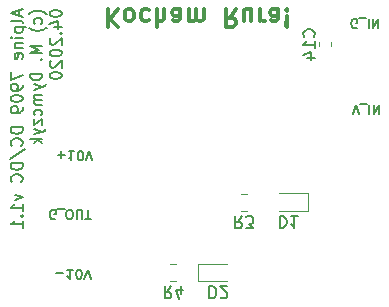
<source format=gbr>
G04 #@! TF.GenerationSoftware,KiCad,Pcbnew,5.1.5-52549c5~86~ubuntu18.04.1*
G04 #@! TF.CreationDate,2020-04-26T14:43:08+02:00*
G04 #@! TF.ProjectId,dcdc_7909,64636463-5f37-4393-9039-2e6b69636164,rev?*
G04 #@! TF.SameCoordinates,Original*
G04 #@! TF.FileFunction,Legend,Bot*
G04 #@! TF.FilePolarity,Positive*
%FSLAX46Y46*%
G04 Gerber Fmt 4.6, Leading zero omitted, Abs format (unit mm)*
G04 Created by KiCad (PCBNEW 5.1.5-52549c5~86~ubuntu18.04.1) date 2020-04-26 14:43:08*
%MOMM*%
%LPD*%
G04 APERTURE LIST*
%ADD10C,0.150000*%
%ADD11C,0.300000*%
%ADD12C,0.120000*%
G04 APERTURE END LIST*
D10*
X80558666Y-54770976D02*
X80558666Y-55247166D01*
X80844380Y-54675738D02*
X79844380Y-55009071D01*
X80844380Y-55342404D01*
X80844380Y-55818595D02*
X80796761Y-55723357D01*
X80701523Y-55675738D01*
X79844380Y-55675738D01*
X80177714Y-56199547D02*
X81177714Y-56199547D01*
X80225333Y-56199547D02*
X80177714Y-56294785D01*
X80177714Y-56485261D01*
X80225333Y-56580500D01*
X80272952Y-56628119D01*
X80368190Y-56675738D01*
X80653904Y-56675738D01*
X80749142Y-56628119D01*
X80796761Y-56580500D01*
X80844380Y-56485261D01*
X80844380Y-56294785D01*
X80796761Y-56199547D01*
X80844380Y-57104309D02*
X80177714Y-57104309D01*
X79844380Y-57104309D02*
X79892000Y-57056690D01*
X79939619Y-57104309D01*
X79892000Y-57151928D01*
X79844380Y-57104309D01*
X79939619Y-57104309D01*
X80177714Y-57580500D02*
X80844380Y-57580500D01*
X80272952Y-57580500D02*
X80225333Y-57628119D01*
X80177714Y-57723357D01*
X80177714Y-57866214D01*
X80225333Y-57961452D01*
X80320571Y-58009071D01*
X80844380Y-58009071D01*
X80796761Y-58866214D02*
X80844380Y-58770976D01*
X80844380Y-58580500D01*
X80796761Y-58485261D01*
X80701523Y-58437642D01*
X80320571Y-58437642D01*
X80225333Y-58485261D01*
X80177714Y-58580500D01*
X80177714Y-58770976D01*
X80225333Y-58866214D01*
X80320571Y-58913833D01*
X80415809Y-58913833D01*
X80511047Y-58437642D01*
X79844380Y-60009071D02*
X79844380Y-60675738D01*
X80844380Y-60247166D01*
X80844380Y-61104309D02*
X80844380Y-61294785D01*
X80796761Y-61390023D01*
X80749142Y-61437642D01*
X80606285Y-61532880D01*
X80415809Y-61580500D01*
X80034857Y-61580500D01*
X79939619Y-61532880D01*
X79892000Y-61485261D01*
X79844380Y-61390023D01*
X79844380Y-61199547D01*
X79892000Y-61104309D01*
X79939619Y-61056690D01*
X80034857Y-61009071D01*
X80272952Y-61009071D01*
X80368190Y-61056690D01*
X80415809Y-61104309D01*
X80463428Y-61199547D01*
X80463428Y-61390023D01*
X80415809Y-61485261D01*
X80368190Y-61532880D01*
X80272952Y-61580500D01*
X79844380Y-62199547D02*
X79844380Y-62294785D01*
X79892000Y-62390023D01*
X79939619Y-62437642D01*
X80034857Y-62485261D01*
X80225333Y-62532880D01*
X80463428Y-62532880D01*
X80653904Y-62485261D01*
X80749142Y-62437642D01*
X80796761Y-62390023D01*
X80844380Y-62294785D01*
X80844380Y-62199547D01*
X80796761Y-62104309D01*
X80749142Y-62056690D01*
X80653904Y-62009071D01*
X80463428Y-61961452D01*
X80225333Y-61961452D01*
X80034857Y-62009071D01*
X79939619Y-62056690D01*
X79892000Y-62104309D01*
X79844380Y-62199547D01*
X80844380Y-63009071D02*
X80844380Y-63199547D01*
X80796761Y-63294785D01*
X80749142Y-63342404D01*
X80606285Y-63437642D01*
X80415809Y-63485261D01*
X80034857Y-63485261D01*
X79939619Y-63437642D01*
X79892000Y-63390023D01*
X79844380Y-63294785D01*
X79844380Y-63104309D01*
X79892000Y-63009071D01*
X79939619Y-62961452D01*
X80034857Y-62913833D01*
X80272952Y-62913833D01*
X80368190Y-62961452D01*
X80415809Y-63009071D01*
X80463428Y-63104309D01*
X80463428Y-63294785D01*
X80415809Y-63390023D01*
X80368190Y-63437642D01*
X80272952Y-63485261D01*
X80844380Y-64675738D02*
X79844380Y-64675738D01*
X79844380Y-64913833D01*
X79892000Y-65056690D01*
X79987238Y-65151928D01*
X80082476Y-65199547D01*
X80272952Y-65247166D01*
X80415809Y-65247166D01*
X80606285Y-65199547D01*
X80701523Y-65151928D01*
X80796761Y-65056690D01*
X80844380Y-64913833D01*
X80844380Y-64675738D01*
X80749142Y-66247166D02*
X80796761Y-66199547D01*
X80844380Y-66056690D01*
X80844380Y-65961452D01*
X80796761Y-65818595D01*
X80701523Y-65723357D01*
X80606285Y-65675738D01*
X80415809Y-65628119D01*
X80272952Y-65628119D01*
X80082476Y-65675738D01*
X79987238Y-65723357D01*
X79892000Y-65818595D01*
X79844380Y-65961452D01*
X79844380Y-66056690D01*
X79892000Y-66199547D01*
X79939619Y-66247166D01*
X79796761Y-67390023D02*
X81082476Y-66532880D01*
X80844380Y-67723357D02*
X79844380Y-67723357D01*
X79844380Y-67961452D01*
X79892000Y-68104309D01*
X79987238Y-68199547D01*
X80082476Y-68247166D01*
X80272952Y-68294785D01*
X80415809Y-68294785D01*
X80606285Y-68247166D01*
X80701523Y-68199547D01*
X80796761Y-68104309D01*
X80844380Y-67961452D01*
X80844380Y-67723357D01*
X80749142Y-69294785D02*
X80796761Y-69247166D01*
X80844380Y-69104309D01*
X80844380Y-69009071D01*
X80796761Y-68866214D01*
X80701523Y-68770976D01*
X80606285Y-68723357D01*
X80415809Y-68675738D01*
X80272952Y-68675738D01*
X80082476Y-68723357D01*
X79987238Y-68770976D01*
X79892000Y-68866214D01*
X79844380Y-69009071D01*
X79844380Y-69104309D01*
X79892000Y-69247166D01*
X79939619Y-69294785D01*
X80177714Y-70390023D02*
X80844380Y-70628119D01*
X80177714Y-70866214D01*
X80844380Y-71770976D02*
X80844380Y-71199547D01*
X80844380Y-71485261D02*
X79844380Y-71485261D01*
X79987238Y-71390023D01*
X80082476Y-71294785D01*
X80130095Y-71199547D01*
X80749142Y-72199547D02*
X80796761Y-72247166D01*
X80844380Y-72199547D01*
X80796761Y-72151928D01*
X80749142Y-72199547D01*
X80844380Y-72199547D01*
X80844380Y-73199547D02*
X80844380Y-72628119D01*
X80844380Y-72913833D02*
X79844380Y-72913833D01*
X79987238Y-72818595D01*
X80082476Y-72723357D01*
X80130095Y-72628119D01*
X82875333Y-55104309D02*
X82827714Y-55056690D01*
X82684857Y-54961452D01*
X82589619Y-54913833D01*
X82446761Y-54866214D01*
X82208666Y-54818595D01*
X82018190Y-54818595D01*
X81780095Y-54866214D01*
X81637238Y-54913833D01*
X81542000Y-54961452D01*
X81399142Y-55056690D01*
X81351523Y-55104309D01*
X82446761Y-55913833D02*
X82494380Y-55818595D01*
X82494380Y-55628119D01*
X82446761Y-55532880D01*
X82399142Y-55485261D01*
X82303904Y-55437642D01*
X82018190Y-55437642D01*
X81922952Y-55485261D01*
X81875333Y-55532880D01*
X81827714Y-55628119D01*
X81827714Y-55818595D01*
X81875333Y-55913833D01*
X82875333Y-56247166D02*
X82827714Y-56294785D01*
X82684857Y-56390023D01*
X82589619Y-56437642D01*
X82446761Y-56485261D01*
X82208666Y-56532880D01*
X82018190Y-56532880D01*
X81780095Y-56485261D01*
X81637238Y-56437642D01*
X81542000Y-56390023D01*
X81399142Y-56294785D01*
X81351523Y-56247166D01*
X82494380Y-57770976D02*
X81494380Y-57770976D01*
X82208666Y-58104309D01*
X81494380Y-58437642D01*
X82494380Y-58437642D01*
X82399142Y-58913833D02*
X82446761Y-58961452D01*
X82494380Y-58913833D01*
X82446761Y-58866214D01*
X82399142Y-58913833D01*
X82494380Y-58913833D01*
X82494380Y-60151928D02*
X81494380Y-60151928D01*
X81494380Y-60390023D01*
X81542000Y-60532880D01*
X81637238Y-60628119D01*
X81732476Y-60675738D01*
X81922952Y-60723357D01*
X82065809Y-60723357D01*
X82256285Y-60675738D01*
X82351523Y-60628119D01*
X82446761Y-60532880D01*
X82494380Y-60390023D01*
X82494380Y-60151928D01*
X81827714Y-61056690D02*
X82494380Y-61294785D01*
X81827714Y-61532880D02*
X82494380Y-61294785D01*
X82732476Y-61199547D01*
X82780095Y-61151928D01*
X82827714Y-61056690D01*
X82494380Y-61913833D02*
X81827714Y-61913833D01*
X81922952Y-61913833D02*
X81875333Y-61961452D01*
X81827714Y-62056690D01*
X81827714Y-62199547D01*
X81875333Y-62294785D01*
X81970571Y-62342404D01*
X82494380Y-62342404D01*
X81970571Y-62342404D02*
X81875333Y-62390023D01*
X81827714Y-62485261D01*
X81827714Y-62628119D01*
X81875333Y-62723357D01*
X81970571Y-62770976D01*
X82494380Y-62770976D01*
X82446761Y-63675738D02*
X82494380Y-63580500D01*
X82494380Y-63390023D01*
X82446761Y-63294785D01*
X82399142Y-63247166D01*
X82303904Y-63199547D01*
X82018190Y-63199547D01*
X81922952Y-63247166D01*
X81875333Y-63294785D01*
X81827714Y-63390023D01*
X81827714Y-63580500D01*
X81875333Y-63675738D01*
X81827714Y-64009071D02*
X81827714Y-64532880D01*
X82494380Y-64009071D01*
X82494380Y-64532880D01*
X81827714Y-64818595D02*
X82494380Y-65056690D01*
X81827714Y-65294785D02*
X82494380Y-65056690D01*
X82732476Y-64961452D01*
X82780095Y-64913833D01*
X82827714Y-64818595D01*
X82494380Y-65675738D02*
X81494380Y-65675738D01*
X82113428Y-65770976D02*
X82494380Y-66056690D01*
X81827714Y-66056690D02*
X82208666Y-65675738D01*
X83144380Y-55009071D02*
X83144380Y-55104309D01*
X83192000Y-55199547D01*
X83239619Y-55247166D01*
X83334857Y-55294785D01*
X83525333Y-55342404D01*
X83763428Y-55342404D01*
X83953904Y-55294785D01*
X84049142Y-55247166D01*
X84096761Y-55199547D01*
X84144380Y-55104309D01*
X84144380Y-55009071D01*
X84096761Y-54913833D01*
X84049142Y-54866214D01*
X83953904Y-54818595D01*
X83763428Y-54770976D01*
X83525333Y-54770976D01*
X83334857Y-54818595D01*
X83239619Y-54866214D01*
X83192000Y-54913833D01*
X83144380Y-55009071D01*
X83477714Y-56199547D02*
X84144380Y-56199547D01*
X83096761Y-55961452D02*
X83811047Y-55723357D01*
X83811047Y-56342404D01*
X84049142Y-56723357D02*
X84096761Y-56770976D01*
X84144380Y-56723357D01*
X84096761Y-56675738D01*
X84049142Y-56723357D01*
X84144380Y-56723357D01*
X83239619Y-57151928D02*
X83192000Y-57199547D01*
X83144380Y-57294785D01*
X83144380Y-57532880D01*
X83192000Y-57628119D01*
X83239619Y-57675738D01*
X83334857Y-57723357D01*
X83430095Y-57723357D01*
X83572952Y-57675738D01*
X84144380Y-57104309D01*
X84144380Y-57723357D01*
X83144380Y-58342404D02*
X83144380Y-58437642D01*
X83192000Y-58532880D01*
X83239619Y-58580500D01*
X83334857Y-58628119D01*
X83525333Y-58675738D01*
X83763428Y-58675738D01*
X83953904Y-58628119D01*
X84049142Y-58580500D01*
X84096761Y-58532880D01*
X84144380Y-58437642D01*
X84144380Y-58342404D01*
X84096761Y-58247166D01*
X84049142Y-58199547D01*
X83953904Y-58151928D01*
X83763428Y-58104309D01*
X83525333Y-58104309D01*
X83334857Y-58151928D01*
X83239619Y-58199547D01*
X83192000Y-58247166D01*
X83144380Y-58342404D01*
X83239619Y-59056690D02*
X83192000Y-59104309D01*
X83144380Y-59199547D01*
X83144380Y-59437642D01*
X83192000Y-59532880D01*
X83239619Y-59580500D01*
X83334857Y-59628119D01*
X83430095Y-59628119D01*
X83572952Y-59580500D01*
X84144380Y-59009071D01*
X84144380Y-59628119D01*
X83144380Y-60247166D02*
X83144380Y-60342404D01*
X83192000Y-60437642D01*
X83239619Y-60485261D01*
X83334857Y-60532880D01*
X83525333Y-60580500D01*
X83763428Y-60580500D01*
X83953904Y-60532880D01*
X84049142Y-60485261D01*
X84096761Y-60437642D01*
X84144380Y-60342404D01*
X84144380Y-60247166D01*
X84096761Y-60151928D01*
X84049142Y-60104309D01*
X83953904Y-60056690D01*
X83763428Y-60009071D01*
X83525333Y-60009071D01*
X83334857Y-60056690D01*
X83239619Y-60104309D01*
X83192000Y-60151928D01*
X83144380Y-60247166D01*
D11*
X88059571Y-54693428D02*
X88059571Y-56193428D01*
X88916714Y-54693428D02*
X88273857Y-55550571D01*
X88916714Y-56193428D02*
X88059571Y-55336285D01*
X89773857Y-54693428D02*
X89631000Y-54764857D01*
X89559571Y-54836285D01*
X89488142Y-54979142D01*
X89488142Y-55407714D01*
X89559571Y-55550571D01*
X89631000Y-55622000D01*
X89773857Y-55693428D01*
X89988142Y-55693428D01*
X90131000Y-55622000D01*
X90202428Y-55550571D01*
X90273857Y-55407714D01*
X90273857Y-54979142D01*
X90202428Y-54836285D01*
X90131000Y-54764857D01*
X89988142Y-54693428D01*
X89773857Y-54693428D01*
X91559571Y-54764857D02*
X91416714Y-54693428D01*
X91131000Y-54693428D01*
X90988142Y-54764857D01*
X90916714Y-54836285D01*
X90845285Y-54979142D01*
X90845285Y-55407714D01*
X90916714Y-55550571D01*
X90988142Y-55622000D01*
X91131000Y-55693428D01*
X91416714Y-55693428D01*
X91559571Y-55622000D01*
X92202428Y-54693428D02*
X92202428Y-56193428D01*
X92845285Y-54693428D02*
X92845285Y-55479142D01*
X92773857Y-55622000D01*
X92631000Y-55693428D01*
X92416714Y-55693428D01*
X92273857Y-55622000D01*
X92202428Y-55550571D01*
X94202428Y-54693428D02*
X94202428Y-55479142D01*
X94131000Y-55622000D01*
X93988142Y-55693428D01*
X93702428Y-55693428D01*
X93559571Y-55622000D01*
X94202428Y-54764857D02*
X94059571Y-54693428D01*
X93702428Y-54693428D01*
X93559571Y-54764857D01*
X93488142Y-54907714D01*
X93488142Y-55050571D01*
X93559571Y-55193428D01*
X93702428Y-55264857D01*
X94059571Y-55264857D01*
X94202428Y-55336285D01*
X94916714Y-54693428D02*
X94916714Y-55693428D01*
X94916714Y-55550571D02*
X94988142Y-55622000D01*
X95131000Y-55693428D01*
X95345285Y-55693428D01*
X95488142Y-55622000D01*
X95559571Y-55479142D01*
X95559571Y-54693428D01*
X95559571Y-55479142D02*
X95631000Y-55622000D01*
X95773857Y-55693428D01*
X95988142Y-55693428D01*
X96131000Y-55622000D01*
X96202428Y-55479142D01*
X96202428Y-54693428D01*
X98916714Y-54693428D02*
X98416714Y-55407714D01*
X98059571Y-54693428D02*
X98059571Y-56193428D01*
X98631000Y-56193428D01*
X98773857Y-56122000D01*
X98845285Y-56050571D01*
X98916714Y-55907714D01*
X98916714Y-55693428D01*
X98845285Y-55550571D01*
X98773857Y-55479142D01*
X98631000Y-55407714D01*
X98059571Y-55407714D01*
X100202428Y-55693428D02*
X100202428Y-54693428D01*
X99559571Y-55693428D02*
X99559571Y-54907714D01*
X99631000Y-54764857D01*
X99773857Y-54693428D01*
X99988142Y-54693428D01*
X100131000Y-54764857D01*
X100202428Y-54836285D01*
X100916714Y-54693428D02*
X100916714Y-55693428D01*
X100916714Y-55407714D02*
X100988142Y-55550571D01*
X101059571Y-55622000D01*
X101202428Y-55693428D01*
X101345285Y-55693428D01*
X102488142Y-54693428D02*
X102488142Y-55479142D01*
X102416714Y-55622000D01*
X102273857Y-55693428D01*
X101988142Y-55693428D01*
X101845285Y-55622000D01*
X102488142Y-54764857D02*
X102345285Y-54693428D01*
X101988142Y-54693428D01*
X101845285Y-54764857D01*
X101773857Y-54907714D01*
X101773857Y-55050571D01*
X101845285Y-55193428D01*
X101988142Y-55264857D01*
X102345285Y-55264857D01*
X102488142Y-55336285D01*
X103202428Y-54836285D02*
X103273857Y-54764857D01*
X103202428Y-54693428D01*
X103131000Y-54764857D01*
X103202428Y-54836285D01*
X103202428Y-54693428D01*
X103202428Y-55264857D02*
X103131000Y-56122000D01*
X103202428Y-56193428D01*
X103273857Y-56122000D01*
X103202428Y-55264857D01*
X103202428Y-56193428D01*
D12*
X105916000Y-57815267D02*
X105916000Y-57472733D01*
X106936000Y-57815267D02*
X106936000Y-57472733D01*
X105024000Y-71761000D02*
X102564000Y-71761000D01*
X105024000Y-70291000D02*
X105024000Y-71761000D01*
X102564000Y-70291000D02*
X105024000Y-70291000D01*
X95735000Y-76227000D02*
X98195000Y-76227000D01*
X95735000Y-77697000D02*
X95735000Y-76227000D01*
X98195000Y-77697000D02*
X95735000Y-77697000D01*
X99315748Y-70316000D02*
X99838252Y-70316000D01*
X99315748Y-71736000D02*
X99838252Y-71736000D01*
X93346748Y-76252000D02*
X93869252Y-76252000D01*
X93346748Y-77672000D02*
X93869252Y-77672000D01*
D10*
X105513142Y-57015142D02*
X105560761Y-56967523D01*
X105608380Y-56824666D01*
X105608380Y-56729428D01*
X105560761Y-56586571D01*
X105465523Y-56491333D01*
X105370285Y-56443714D01*
X105179809Y-56396095D01*
X105036952Y-56396095D01*
X104846476Y-56443714D01*
X104751238Y-56491333D01*
X104656000Y-56586571D01*
X104608380Y-56729428D01*
X104608380Y-56824666D01*
X104656000Y-56967523D01*
X104703619Y-57015142D01*
X105608380Y-57967523D02*
X105608380Y-57396095D01*
X105608380Y-57681809D02*
X104608380Y-57681809D01*
X104751238Y-57586571D01*
X104846476Y-57491333D01*
X104894095Y-57396095D01*
X104941714Y-58824666D02*
X105608380Y-58824666D01*
X104560761Y-58586571D02*
X105275047Y-58348476D01*
X105275047Y-58967523D01*
X102625904Y-72191619D02*
X102625904Y-73191619D01*
X102864000Y-73191619D01*
X103006857Y-73144000D01*
X103102095Y-73048761D01*
X103149714Y-72953523D01*
X103197333Y-72763047D01*
X103197333Y-72620190D01*
X103149714Y-72429714D01*
X103102095Y-72334476D01*
X103006857Y-72239238D01*
X102864000Y-72191619D01*
X102625904Y-72191619D01*
X104149714Y-72191619D02*
X103578285Y-72191619D01*
X103864000Y-72191619D02*
X103864000Y-73191619D01*
X103768761Y-73048761D01*
X103673523Y-72953523D01*
X103578285Y-72905904D01*
X96670904Y-78160619D02*
X96670904Y-79160619D01*
X96909000Y-79160619D01*
X97051857Y-79113000D01*
X97147095Y-79017761D01*
X97194714Y-78922523D01*
X97242333Y-78732047D01*
X97242333Y-78589190D01*
X97194714Y-78398714D01*
X97147095Y-78303476D01*
X97051857Y-78208238D01*
X96909000Y-78160619D01*
X96670904Y-78160619D01*
X97623285Y-79065380D02*
X97670904Y-79113000D01*
X97766142Y-79160619D01*
X98004238Y-79160619D01*
X98099476Y-79113000D01*
X98147095Y-79065380D01*
X98194714Y-78970142D01*
X98194714Y-78874904D01*
X98147095Y-78732047D01*
X97575666Y-78160619D01*
X98194714Y-78160619D01*
X108801047Y-63557095D02*
X109067714Y-62757095D01*
X109334380Y-63557095D01*
X109410571Y-62680904D02*
X110020095Y-62680904D01*
X110210571Y-62757095D02*
X110210571Y-63557095D01*
X110591523Y-62757095D02*
X110591523Y-63557095D01*
X111048666Y-62757095D01*
X111048666Y-63557095D01*
X109150238Y-56280000D02*
X109074047Y-56318095D01*
X108959761Y-56318095D01*
X108845476Y-56280000D01*
X108769285Y-56203809D01*
X108731190Y-56127619D01*
X108693095Y-55975238D01*
X108693095Y-55860952D01*
X108731190Y-55708571D01*
X108769285Y-55632380D01*
X108845476Y-55556190D01*
X108959761Y-55518095D01*
X109035952Y-55518095D01*
X109150238Y-55556190D01*
X109188333Y-55594285D01*
X109188333Y-55860952D01*
X109035952Y-55860952D01*
X109340714Y-55441904D02*
X109950238Y-55441904D01*
X110140714Y-55518095D02*
X110140714Y-56318095D01*
X110521666Y-55518095D02*
X110521666Y-56318095D01*
X110978809Y-55518095D01*
X110978809Y-56318095D01*
X83807476Y-66998857D02*
X84417000Y-66998857D01*
X84112238Y-66694095D02*
X84112238Y-67303619D01*
X85217000Y-66694095D02*
X84759857Y-66694095D01*
X84988428Y-66694095D02*
X84988428Y-67494095D01*
X84912238Y-67379809D01*
X84836047Y-67303619D01*
X84759857Y-67265523D01*
X85712238Y-67494095D02*
X85788428Y-67494095D01*
X85864619Y-67456000D01*
X85902714Y-67417904D01*
X85940809Y-67341714D01*
X85978904Y-67189333D01*
X85978904Y-66998857D01*
X85940809Y-66846476D01*
X85902714Y-66770285D01*
X85864619Y-66732190D01*
X85788428Y-66694095D01*
X85712238Y-66694095D01*
X85636047Y-66732190D01*
X85597952Y-66770285D01*
X85559857Y-66846476D01*
X85521761Y-66998857D01*
X85521761Y-67189333D01*
X85559857Y-67341714D01*
X85597952Y-67417904D01*
X85636047Y-67456000D01*
X85712238Y-67494095D01*
X86207476Y-67494095D02*
X86474142Y-66694095D01*
X86740809Y-67494095D01*
X83597904Y-72409000D02*
X83521714Y-72447095D01*
X83407428Y-72447095D01*
X83293142Y-72409000D01*
X83216952Y-72332809D01*
X83178857Y-72256619D01*
X83140761Y-72104238D01*
X83140761Y-71989952D01*
X83178857Y-71837571D01*
X83216952Y-71761380D01*
X83293142Y-71685190D01*
X83407428Y-71647095D01*
X83483619Y-71647095D01*
X83597904Y-71685190D01*
X83636000Y-71723285D01*
X83636000Y-71989952D01*
X83483619Y-71989952D01*
X83788380Y-71570904D02*
X84397904Y-71570904D01*
X84740761Y-72447095D02*
X84893142Y-72447095D01*
X84969333Y-72409000D01*
X85045523Y-72332809D01*
X85083619Y-72180428D01*
X85083619Y-71913761D01*
X85045523Y-71761380D01*
X84969333Y-71685190D01*
X84893142Y-71647095D01*
X84740761Y-71647095D01*
X84664571Y-71685190D01*
X84588380Y-71761380D01*
X84550285Y-71913761D01*
X84550285Y-72180428D01*
X84588380Y-72332809D01*
X84664571Y-72409000D01*
X84740761Y-72447095D01*
X85426476Y-72447095D02*
X85426476Y-71799476D01*
X85464571Y-71723285D01*
X85502666Y-71685190D01*
X85578857Y-71647095D01*
X85731238Y-71647095D01*
X85807428Y-71685190D01*
X85845523Y-71723285D01*
X85883619Y-71799476D01*
X85883619Y-72447095D01*
X86150285Y-72447095D02*
X86607428Y-72447095D01*
X86378857Y-71647095D02*
X86378857Y-72447095D01*
X83680476Y-77031857D02*
X84290000Y-77031857D01*
X85090000Y-76727095D02*
X84632857Y-76727095D01*
X84861428Y-76727095D02*
X84861428Y-77527095D01*
X84785238Y-77412809D01*
X84709047Y-77336619D01*
X84632857Y-77298523D01*
X85585238Y-77527095D02*
X85661428Y-77527095D01*
X85737619Y-77489000D01*
X85775714Y-77450904D01*
X85813809Y-77374714D01*
X85851904Y-77222333D01*
X85851904Y-77031857D01*
X85813809Y-76879476D01*
X85775714Y-76803285D01*
X85737619Y-76765190D01*
X85661428Y-76727095D01*
X85585238Y-76727095D01*
X85509047Y-76765190D01*
X85470952Y-76803285D01*
X85432857Y-76879476D01*
X85394761Y-77031857D01*
X85394761Y-77222333D01*
X85432857Y-77374714D01*
X85470952Y-77450904D01*
X85509047Y-77489000D01*
X85585238Y-77527095D01*
X86080476Y-77527095D02*
X86347142Y-76727095D01*
X86613809Y-77527095D01*
X99410333Y-72223619D02*
X99077000Y-72699809D01*
X98838904Y-72223619D02*
X98838904Y-73223619D01*
X99219857Y-73223619D01*
X99315095Y-73176000D01*
X99362714Y-73128380D01*
X99410333Y-73033142D01*
X99410333Y-72890285D01*
X99362714Y-72795047D01*
X99315095Y-72747428D01*
X99219857Y-72699809D01*
X98838904Y-72699809D01*
X99743666Y-73223619D02*
X100362714Y-73223619D01*
X100029380Y-72842666D01*
X100172238Y-72842666D01*
X100267476Y-72795047D01*
X100315095Y-72747428D01*
X100362714Y-72652190D01*
X100362714Y-72414095D01*
X100315095Y-72318857D01*
X100267476Y-72271238D01*
X100172238Y-72223619D01*
X99886523Y-72223619D01*
X99791285Y-72271238D01*
X99743666Y-72318857D01*
X93441333Y-78159619D02*
X93108000Y-78635809D01*
X92869904Y-78159619D02*
X92869904Y-79159619D01*
X93250857Y-79159619D01*
X93346095Y-79112000D01*
X93393714Y-79064380D01*
X93441333Y-78969142D01*
X93441333Y-78826285D01*
X93393714Y-78731047D01*
X93346095Y-78683428D01*
X93250857Y-78635809D01*
X92869904Y-78635809D01*
X94298476Y-78826285D02*
X94298476Y-78159619D01*
X94060380Y-79207238D02*
X93822285Y-78492952D01*
X94441333Y-78492952D01*
M02*

</source>
